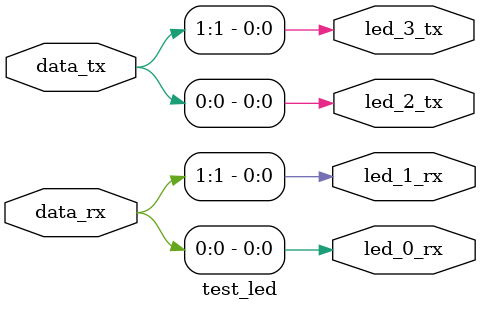
<source format=v>
`timescale 1ns / 1ps

module test_led(
    input wire [7:0] data_rx,
    input wire [7:0] data_tx,
    output wire led_0_rx,
    output wire led_1_rx,
    output wire led_2_tx,
    output wire led_3_tx
    );
    assign {led_0_rx, led_1_rx, led_2_tx, led_3_tx} =
            {data_rx[0], data_rx[1], data_tx[0], data_tx[1]};
endmodule

</source>
